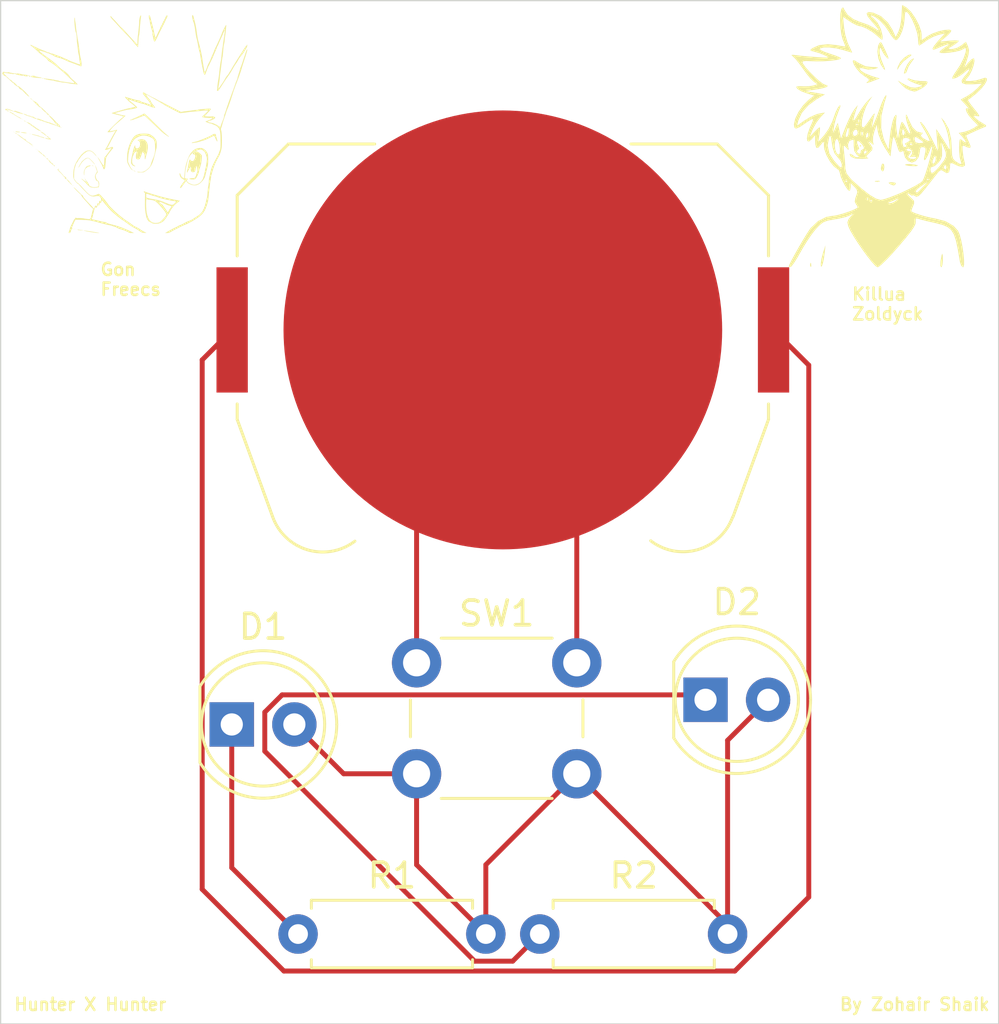
<source format=kicad_pcb>
(kicad_pcb (version 20240108) (generator "pcbnew") (generator_version "8.0")
  (layers (0 "F.Cu" signal) (31 "B.Cu" signal) (34 "B.Paste" user) (35 "F.Paste" user) (36 "B.SilkS" user "B.Silkscreen") (37 "F.SilkS" user "F.Silkscreen") (38 "B.Mask" user) (39 "F.Mask" user) (44 "Edge.Cuts" user))
  (net 0 "")
  (net 1 "unconnected-(BT1-+-Pad1)")
  (net 2 "Net-(BT1--)")
  (net 3 "GND")
  (net 4 "Net-(D1-K)")
  (net 5 "Net-(D2-K)")
  (footprint "LOGO" (layer "F.Cu") (at 151.725795 63.200334)
    (property "Reference" "G***" (hide yes))
    (property "Value" "LOGO" (hide yes))
  )
  (footprint "Resistor_THT:R_Axial_DIN0207_L6.3mm_D2.5mm_P7.62mm_Horizontal" (layer "F.Cu") (at 136.88 96.355)
    (property "Reference" "R2" (at 3.81 -2.37 0) (layer "F.SilkS"))
    (property "Value" "R")
    (pad "1" thru_hole circle (at 0 0) (size 1.6 1.6) (drill 0.8) (layers "*.Cu" "*.Mask") (net 5 "Net-(D2-K)"))
    (pad "2" thru_hole oval (at 7.62 0) (size 1.6 1.6) (drill 0.8) (layers "*.Cu" "*.Mask") (net 3 "GND"))
  )
  (footprint "Resistor_THT:R_Axial_DIN0207_L6.3mm_D2.5mm_P7.62mm_Horizontal" (layer "F.Cu") (at 127.07 96.355)
    (property "Reference" "R1" (at 3.81 -2.37 0) (layer "F.SilkS"))
    (property "Value" "R")
    (pad "1" thru_hole circle (at 0 0) (size 1.6 1.6) (drill 0.8) (layers "*.Cu" "*.Mask") (net 4 "Net-(D1-K)"))
    (pad "2" thru_hole oval (at 7.62 0) (size 1.6 1.6) (drill 0.8) (layers "*.Cu" "*.Mask") (net 3 "GND"))
  )
  (footprint "Battery:BatteryHolder_Keystone_3034_1x20mm" (layer "F.Cu") (at 135.38 71.855)
    (property "Reference" "BT1" (hide yes))
    (property "Value" "Battery_Cell")
    (pad "1" smd rect (at -10.985 0) (size 1.27 5.08) (layers "F.Cu" "F.Paste" "F.Mask") (net 1 "unconnected-(BT1-+-Pad1)"))
    (pad "1" smd rect (at 10.985 0) (size 1.27 5.08) (layers "F.Cu" "F.Paste" "F.Mask") (net 1 "unconnected-(BT1-+-Pad1)"))
    (pad "2" smd circle (at 0 0) (size 17.8 17.8) (layers "F.Cu" "F.Mask") (net 2 "Net-(BT1--)"))
  )
  (footprint "LED_THT:LED_D5.0mm" (layer "F.Cu") (at 143.605 86.855)
    (property "Reference" "D2" (at 1.27 -3.96 0) (layer "F.SilkS"))
    (property "Value" "LED")
    (pad "1" thru_hole rect (at 0 0) (size 1.8 1.8) (drill 0.9) (layers "*.Cu" "*.Mask") (net 5 "Net-(D2-K)"))
    (pad "2" thru_hole circle (at 2.54 0) (size 1.8 1.8) (drill 0.9) (layers "*.Cu" "*.Mask") (net 3 "GND"))
  )
  (footprint "LOGO" (layer "F.Cu") (at 120 63.5)
    (property "Reference" "G***" (hide yes))
    (property "Value" "LOGO" (hide yes))
  )
  (footprint "LED_THT:LED_D5.0mm" (layer "F.Cu") (at 124.38 87.855)
    (property "Reference" "D1" (at 1.27 -3.96 0) (layer "F.SilkS"))
    (property "Value" "LED")
    (pad "1" thru_hole rect (at 0 0) (size 1.8 1.8) (drill 0.9) (layers "*.Cu" "*.Mask") (net 4 "Net-(D1-K)"))
    (pad "2" thru_hole circle (at 2.54 0) (size 1.8 1.8) (drill 0.9) (layers "*.Cu" "*.Mask") (net 3 "GND"))
  )
  (footprint "Button_Switch_THT:SW_PUSH_6mm" (layer "F.Cu") (at 131.88 85.355)
    (property "Reference" "SW1" (at 3.25 -2 0) (layer "F.SilkS"))
    (property "Value" "SW_Push")
    (pad "1" thru_hole circle (at 0 0 90) (size 2 2) (drill 1.1) (layers "*.Cu" "*.Mask") (net 2 "Net-(BT1--)"))
    (pad "1" thru_hole circle (at 6.5 0 90) (size 2 2) (drill 1.1) (layers "*.Cu" "*.Mask") (net 2 "Net-(BT1--)"))
    (pad "2" thru_hole circle (at 0 4.5 90) (size 2 2) (drill 1.1) (layers "*.Cu" "*.Mask") (net 3 "GND"))
    (pad "2" thru_hole circle (at 6.5 4.5 90) (size 2 2) (drill 1.1) (layers "*.Cu" "*.Mask") (net 3 "GND"))
  )
  (gr_poly (pts (xy 155.5 100) (xy 155.5 58.5) (xy 115 58.5) (xy 115 100)) (stroke (width 0.05)) (fill none) (layer "Edge.Cuts"))
  (gr_text "Killua\nZoldyck" (at 149.5 71.5 0) (layer "F.SilkS") (effects (font (size 0.5 0.5) (thickness 0.1)) (justify left bottom)))
  (gr_text "Hunter X Hunter" (at 115.5 99.5 0) (layer "F.SilkS") (effects (font (size 0.5 0.5) (thickness 0.1)) (justify left bottom)))
  (gr_text "By Zohair Shaik" (at 149 99.5 0) (layer "F.SilkS") (effects (font (size 0.5 0.5) (thickness 0.1)) (justify left bottom)))
  (gr_text "Gon\nFreecs\n" (at 119 70.5 0) (layer "F.SilkS") (effects (font (size 0.5 0.5) (thickness 0.1)) (justify left bottom)))
  (segment (start 126.495 97.855) (end 123.18 94.54) (width 0.2) (layer "F.Cu") (net 1))
  (segment (start 147.795 73.285) (end 147.795 94.855) (width 0.2) (layer "F.Cu") (net 1))
  (segment (start 146.365 71.855) (end 147.795 73.285) (width 0.2) (layer "F.Cu") (net 1))
  (segment (start 123.18 94.54) (end 123.18 73.07) (width 0.2) (layer "F.Cu") (net 1))
  (segment (start 144.795 97.855) (end 126.495 97.855) (width 0.2) (layer "F.Cu") (net 1))
  (segment (start 147.795 94.855) (end 144.795 97.855) (width 0.2) (layer "F.Cu") (net 1))
  (segment (start 123.18 73.07) (end 124.395 71.855) (width 0.2) (layer "F.Cu") (net 1))
  (segment (start 138.38 85.355) (end 138.38 74.855) (width 0.2) (layer "F.Cu") (net 2))
  (segment (start 131.88 85.355) (end 131.88 75.355) (width 0.2) (layer "F.Cu") (net 2))
  (segment (start 138.38 74.855) (end 135.38 71.855) (width 0.2) (layer "F.Cu") (net 2))
  (segment (start 131.88 75.355) (end 135.38 71.855) (width 0.2) (layer "F.Cu") (net 2))
  (segment (start 144.5 96.355) (end 144.5 88.5) (width 0.2) (layer "F.Cu") (net 3))
  (segment (start 126.92 87.855) (end 128.92 89.855) (width 0.2) (layer "F.Cu") (net 3))
  (segment (start 138.38 89.855) (end 144.5 95.975) (width 0.2) (layer "F.Cu") (net 3))
  (segment (start 131.88 93.545) (end 134.69 96.355) (width 0.2) (layer "F.Cu") (net 3))
  (segment (start 134.69 96.355) (end 134.69 93.545) (width 0.2) (layer "F.Cu") (net 3))
  (segment (start 128.92 89.855) (end 131.88 89.855) (width 0.2) (layer "F.Cu") (net 3))
  (segment (start 134.69 93.545) (end 138.38 89.855) (width 0.2) (layer "F.Cu") (net 3))
  (segment (start 144.5 88.5) (end 146.145 86.855) (width 0.2) (layer "F.Cu") (net 3))
  (segment (start 131.88 89.855) (end 131.88 93.545) (width 0.2) (layer "F.Cu") (net 3))
  (segment (start 144.5 95.975) (end 144.5 96.355) (width 0.2) (layer "F.Cu") (net 3))
  (segment (start 124.38 93.665) (end 127.07 96.355) (width 0.2) (layer "F.Cu") (net 4))
  (segment (start 124.38 87.855) (end 124.38 93.665) (width 0.2) (layer "F.Cu") (net 4))
  (segment (start 136.88 96.355) (end 135.78 97.455) (width 0.2) (layer "F.Cu") (net 5))
  (segment (start 135.78 97.455) (end 134.234365 97.455) (width 0.2) (layer "F.Cu") (net 5))
  (segment (start 125.72 88.940635) (end 125.72 87.357943) (width 0.2) (layer "F.Cu") (net 5))
  (segment (start 143.405 86.655) (end 143.605 86.855) (width 0.2) (layer "F.Cu") (net 5))
  (segment (start 125.72 87.357943) (end 126.422943 86.655) (width 0.2) (layer "F.Cu") (net 5))
  (segment (start 134.234365 97.455) (end 125.72 88.940635) (width 0.2) (layer "F.Cu") (net 5))
  (segment (start 126.422943 86.655) (end 143.405 86.655) (width 0.2) (layer "F.Cu") (net 5))
)
</source>
